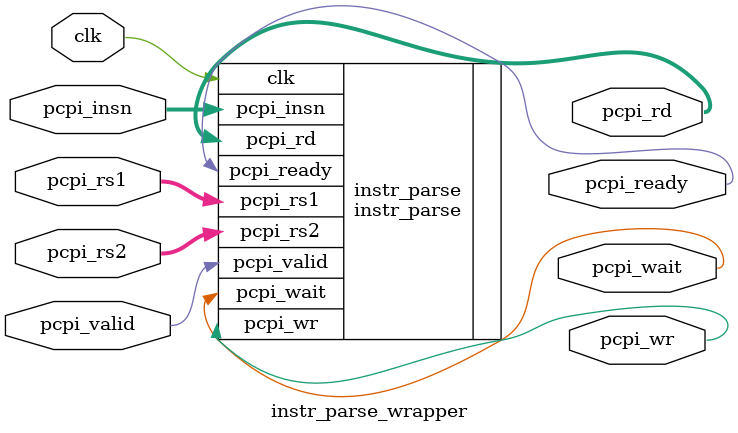
<source format=v>
`timescale 1ns / 1ps

module instr_parse_wrapper(
    input clk,
    input[31:0] pcpi_rs1,
    input[31:0] pcpi_rs2,
    input[31:0] pcpi_insn,
    input pcpi_valid,
    output reg[31:0] pcpi_rd,
    output reg pcpi_wr,
    output reg pcpi_ready,
    output reg pcpi_wait
);

instr_parse instr_parse(.clk(clk),
.pcpi_rs1(pcpi_rs1),
.pcpi_rs2(pcpi_rs2),
.pcpi_insn(pcpi_insn),
.pcpi_valid(pcpi_valid),
.pcpi_rd(pcpi_rd),
.pcpi_wr(pcpi_wr),
.pcpi_ready(pcpi_ready),
.pcpi_wait(pcpi_wait));
   
endmodule

</source>
